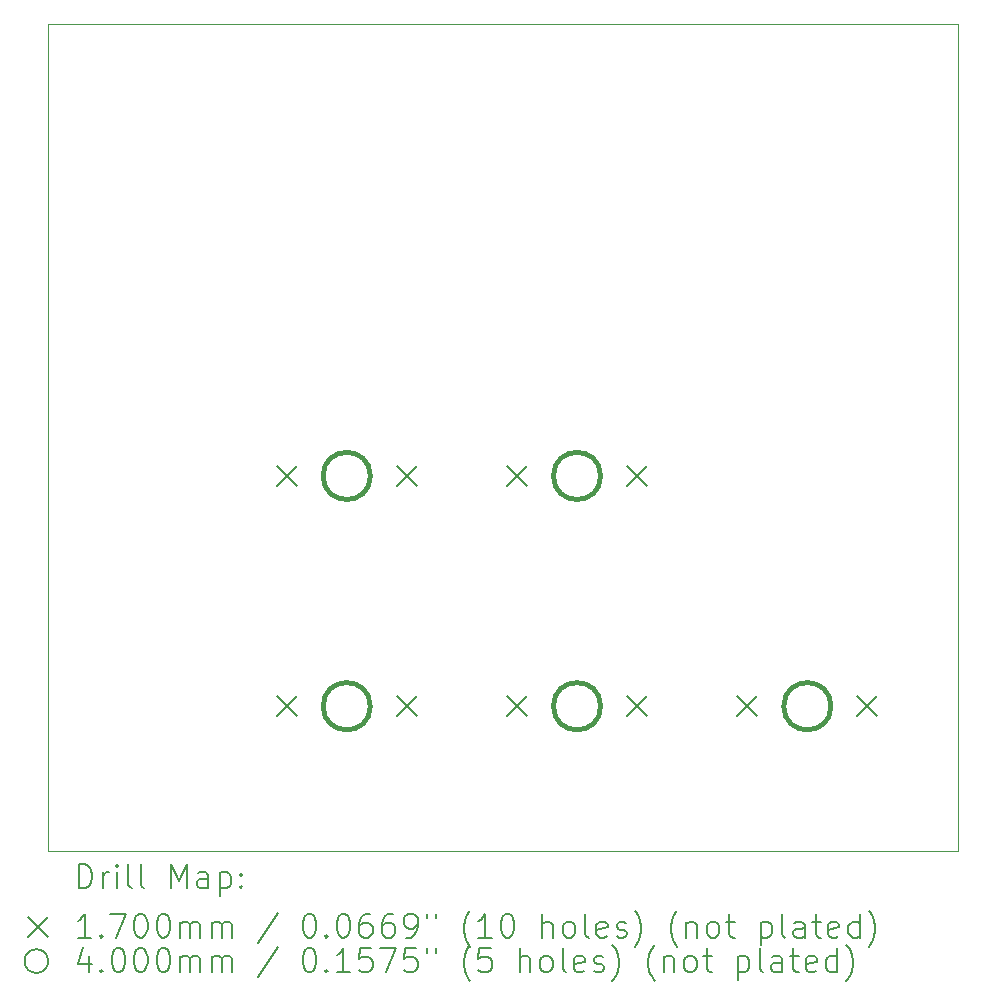
<source format=gbr>
%TF.GenerationSoftware,KiCad,Pcbnew,8.0.5*%
%TF.CreationDate,2024-10-20T15:54:26-05:00*%
%TF.ProjectId,hackpad,6861636b-7061-4642-9e6b-696361645f70,rev?*%
%TF.SameCoordinates,Original*%
%TF.FileFunction,Drillmap*%
%TF.FilePolarity,Positive*%
%FSLAX45Y45*%
G04 Gerber Fmt 4.5, Leading zero omitted, Abs format (unit mm)*
G04 Created by KiCad (PCBNEW 8.0.5) date 2024-10-20 15:54:26*
%MOMM*%
%LPD*%
G01*
G04 APERTURE LIST*
%ADD10C,0.050000*%
%ADD11C,0.200000*%
%ADD12C,0.170000*%
%ADD13C,0.400000*%
G04 APERTURE END LIST*
D10*
X7275000Y-8675000D02*
X14975000Y-8675000D01*
X7275000Y-1675000D02*
X7275000Y-8675000D01*
X7275000Y-1675000D02*
X14975000Y-1675000D01*
X14975000Y-8675000D02*
X14975000Y-1675000D01*
D11*
D12*
X9207000Y-5415000D02*
X9377000Y-5585000D01*
X9377000Y-5415000D02*
X9207000Y-5585000D01*
X9207000Y-7365000D02*
X9377000Y-7535000D01*
X9377000Y-7365000D02*
X9207000Y-7535000D01*
X10223000Y-5415000D02*
X10393000Y-5585000D01*
X10393000Y-5415000D02*
X10223000Y-5585000D01*
X10223000Y-7365000D02*
X10393000Y-7535000D01*
X10393000Y-7365000D02*
X10223000Y-7535000D01*
X11157000Y-5415000D02*
X11327000Y-5585000D01*
X11327000Y-5415000D02*
X11157000Y-5585000D01*
X11157000Y-7365000D02*
X11327000Y-7535000D01*
X11327000Y-7365000D02*
X11157000Y-7535000D01*
X12173000Y-5415000D02*
X12343000Y-5585000D01*
X12343000Y-5415000D02*
X12173000Y-5585000D01*
X12173000Y-7365000D02*
X12343000Y-7535000D01*
X12343000Y-7365000D02*
X12173000Y-7535000D01*
X13107000Y-7365000D02*
X13277000Y-7535000D01*
X13277000Y-7365000D02*
X13107000Y-7535000D01*
X14123000Y-7365000D02*
X14293000Y-7535000D01*
X14293000Y-7365000D02*
X14123000Y-7535000D01*
D13*
X10000000Y-5500000D02*
G75*
G02*
X9600000Y-5500000I-200000J0D01*
G01*
X9600000Y-5500000D02*
G75*
G02*
X10000000Y-5500000I200000J0D01*
G01*
X10000000Y-7450000D02*
G75*
G02*
X9600000Y-7450000I-200000J0D01*
G01*
X9600000Y-7450000D02*
G75*
G02*
X10000000Y-7450000I200000J0D01*
G01*
X11950000Y-5500000D02*
G75*
G02*
X11550000Y-5500000I-200000J0D01*
G01*
X11550000Y-5500000D02*
G75*
G02*
X11950000Y-5500000I200000J0D01*
G01*
X11950000Y-7450000D02*
G75*
G02*
X11550000Y-7450000I-200000J0D01*
G01*
X11550000Y-7450000D02*
G75*
G02*
X11950000Y-7450000I200000J0D01*
G01*
X13900000Y-7450000D02*
G75*
G02*
X13500000Y-7450000I-200000J0D01*
G01*
X13500000Y-7450000D02*
G75*
G02*
X13900000Y-7450000I200000J0D01*
G01*
D11*
X7533277Y-8988984D02*
X7533277Y-8788984D01*
X7533277Y-8788984D02*
X7580896Y-8788984D01*
X7580896Y-8788984D02*
X7609467Y-8798508D01*
X7609467Y-8798508D02*
X7628515Y-8817555D01*
X7628515Y-8817555D02*
X7638039Y-8836603D01*
X7638039Y-8836603D02*
X7647562Y-8874698D01*
X7647562Y-8874698D02*
X7647562Y-8903270D01*
X7647562Y-8903270D02*
X7638039Y-8941365D01*
X7638039Y-8941365D02*
X7628515Y-8960412D01*
X7628515Y-8960412D02*
X7609467Y-8979460D01*
X7609467Y-8979460D02*
X7580896Y-8988984D01*
X7580896Y-8988984D02*
X7533277Y-8988984D01*
X7733277Y-8988984D02*
X7733277Y-8855650D01*
X7733277Y-8893746D02*
X7742801Y-8874698D01*
X7742801Y-8874698D02*
X7752324Y-8865174D01*
X7752324Y-8865174D02*
X7771372Y-8855650D01*
X7771372Y-8855650D02*
X7790420Y-8855650D01*
X7857086Y-8988984D02*
X7857086Y-8855650D01*
X7857086Y-8788984D02*
X7847562Y-8798508D01*
X7847562Y-8798508D02*
X7857086Y-8808031D01*
X7857086Y-8808031D02*
X7866610Y-8798508D01*
X7866610Y-8798508D02*
X7857086Y-8788984D01*
X7857086Y-8788984D02*
X7857086Y-8808031D01*
X7980896Y-8988984D02*
X7961848Y-8979460D01*
X7961848Y-8979460D02*
X7952324Y-8960412D01*
X7952324Y-8960412D02*
X7952324Y-8788984D01*
X8085658Y-8988984D02*
X8066610Y-8979460D01*
X8066610Y-8979460D02*
X8057086Y-8960412D01*
X8057086Y-8960412D02*
X8057086Y-8788984D01*
X8314229Y-8988984D02*
X8314229Y-8788984D01*
X8314229Y-8788984D02*
X8380896Y-8931841D01*
X8380896Y-8931841D02*
X8447563Y-8788984D01*
X8447563Y-8788984D02*
X8447563Y-8988984D01*
X8628515Y-8988984D02*
X8628515Y-8884222D01*
X8628515Y-8884222D02*
X8618991Y-8865174D01*
X8618991Y-8865174D02*
X8599944Y-8855650D01*
X8599944Y-8855650D02*
X8561848Y-8855650D01*
X8561848Y-8855650D02*
X8542801Y-8865174D01*
X8628515Y-8979460D02*
X8609467Y-8988984D01*
X8609467Y-8988984D02*
X8561848Y-8988984D01*
X8561848Y-8988984D02*
X8542801Y-8979460D01*
X8542801Y-8979460D02*
X8533277Y-8960412D01*
X8533277Y-8960412D02*
X8533277Y-8941365D01*
X8533277Y-8941365D02*
X8542801Y-8922317D01*
X8542801Y-8922317D02*
X8561848Y-8912793D01*
X8561848Y-8912793D02*
X8609467Y-8912793D01*
X8609467Y-8912793D02*
X8628515Y-8903270D01*
X8723753Y-8855650D02*
X8723753Y-9055650D01*
X8723753Y-8865174D02*
X8742801Y-8855650D01*
X8742801Y-8855650D02*
X8780896Y-8855650D01*
X8780896Y-8855650D02*
X8799944Y-8865174D01*
X8799944Y-8865174D02*
X8809467Y-8874698D01*
X8809467Y-8874698D02*
X8818991Y-8893746D01*
X8818991Y-8893746D02*
X8818991Y-8950889D01*
X8818991Y-8950889D02*
X8809467Y-8969936D01*
X8809467Y-8969936D02*
X8799944Y-8979460D01*
X8799944Y-8979460D02*
X8780896Y-8988984D01*
X8780896Y-8988984D02*
X8742801Y-8988984D01*
X8742801Y-8988984D02*
X8723753Y-8979460D01*
X8904705Y-8969936D02*
X8914229Y-8979460D01*
X8914229Y-8979460D02*
X8904705Y-8988984D01*
X8904705Y-8988984D02*
X8895182Y-8979460D01*
X8895182Y-8979460D02*
X8904705Y-8969936D01*
X8904705Y-8969936D02*
X8904705Y-8988984D01*
X8904705Y-8865174D02*
X8914229Y-8874698D01*
X8914229Y-8874698D02*
X8904705Y-8884222D01*
X8904705Y-8884222D02*
X8895182Y-8874698D01*
X8895182Y-8874698D02*
X8904705Y-8865174D01*
X8904705Y-8865174D02*
X8904705Y-8884222D01*
D12*
X7102500Y-9232500D02*
X7272500Y-9402500D01*
X7272500Y-9232500D02*
X7102500Y-9402500D01*
D11*
X7638039Y-9408984D02*
X7523753Y-9408984D01*
X7580896Y-9408984D02*
X7580896Y-9208984D01*
X7580896Y-9208984D02*
X7561848Y-9237555D01*
X7561848Y-9237555D02*
X7542801Y-9256603D01*
X7542801Y-9256603D02*
X7523753Y-9266127D01*
X7723753Y-9389936D02*
X7733277Y-9399460D01*
X7733277Y-9399460D02*
X7723753Y-9408984D01*
X7723753Y-9408984D02*
X7714229Y-9399460D01*
X7714229Y-9399460D02*
X7723753Y-9389936D01*
X7723753Y-9389936D02*
X7723753Y-9408984D01*
X7799943Y-9208984D02*
X7933277Y-9208984D01*
X7933277Y-9208984D02*
X7847562Y-9408984D01*
X8047562Y-9208984D02*
X8066610Y-9208984D01*
X8066610Y-9208984D02*
X8085658Y-9218508D01*
X8085658Y-9218508D02*
X8095182Y-9228031D01*
X8095182Y-9228031D02*
X8104705Y-9247079D01*
X8104705Y-9247079D02*
X8114229Y-9285174D01*
X8114229Y-9285174D02*
X8114229Y-9332793D01*
X8114229Y-9332793D02*
X8104705Y-9370889D01*
X8104705Y-9370889D02*
X8095182Y-9389936D01*
X8095182Y-9389936D02*
X8085658Y-9399460D01*
X8085658Y-9399460D02*
X8066610Y-9408984D01*
X8066610Y-9408984D02*
X8047562Y-9408984D01*
X8047562Y-9408984D02*
X8028515Y-9399460D01*
X8028515Y-9399460D02*
X8018991Y-9389936D01*
X8018991Y-9389936D02*
X8009467Y-9370889D01*
X8009467Y-9370889D02*
X7999943Y-9332793D01*
X7999943Y-9332793D02*
X7999943Y-9285174D01*
X7999943Y-9285174D02*
X8009467Y-9247079D01*
X8009467Y-9247079D02*
X8018991Y-9228031D01*
X8018991Y-9228031D02*
X8028515Y-9218508D01*
X8028515Y-9218508D02*
X8047562Y-9208984D01*
X8238039Y-9208984D02*
X8257086Y-9208984D01*
X8257086Y-9208984D02*
X8276134Y-9218508D01*
X8276134Y-9218508D02*
X8285658Y-9228031D01*
X8285658Y-9228031D02*
X8295182Y-9247079D01*
X8295182Y-9247079D02*
X8304705Y-9285174D01*
X8304705Y-9285174D02*
X8304705Y-9332793D01*
X8304705Y-9332793D02*
X8295182Y-9370889D01*
X8295182Y-9370889D02*
X8285658Y-9389936D01*
X8285658Y-9389936D02*
X8276134Y-9399460D01*
X8276134Y-9399460D02*
X8257086Y-9408984D01*
X8257086Y-9408984D02*
X8238039Y-9408984D01*
X8238039Y-9408984D02*
X8218991Y-9399460D01*
X8218991Y-9399460D02*
X8209467Y-9389936D01*
X8209467Y-9389936D02*
X8199943Y-9370889D01*
X8199943Y-9370889D02*
X8190420Y-9332793D01*
X8190420Y-9332793D02*
X8190420Y-9285174D01*
X8190420Y-9285174D02*
X8199943Y-9247079D01*
X8199943Y-9247079D02*
X8209467Y-9228031D01*
X8209467Y-9228031D02*
X8218991Y-9218508D01*
X8218991Y-9218508D02*
X8238039Y-9208984D01*
X8390420Y-9408984D02*
X8390420Y-9275650D01*
X8390420Y-9294698D02*
X8399944Y-9285174D01*
X8399944Y-9285174D02*
X8418991Y-9275650D01*
X8418991Y-9275650D02*
X8447563Y-9275650D01*
X8447563Y-9275650D02*
X8466610Y-9285174D01*
X8466610Y-9285174D02*
X8476134Y-9304222D01*
X8476134Y-9304222D02*
X8476134Y-9408984D01*
X8476134Y-9304222D02*
X8485658Y-9285174D01*
X8485658Y-9285174D02*
X8504705Y-9275650D01*
X8504705Y-9275650D02*
X8533277Y-9275650D01*
X8533277Y-9275650D02*
X8552325Y-9285174D01*
X8552325Y-9285174D02*
X8561848Y-9304222D01*
X8561848Y-9304222D02*
X8561848Y-9408984D01*
X8657086Y-9408984D02*
X8657086Y-9275650D01*
X8657086Y-9294698D02*
X8666610Y-9285174D01*
X8666610Y-9285174D02*
X8685658Y-9275650D01*
X8685658Y-9275650D02*
X8714229Y-9275650D01*
X8714229Y-9275650D02*
X8733277Y-9285174D01*
X8733277Y-9285174D02*
X8742801Y-9304222D01*
X8742801Y-9304222D02*
X8742801Y-9408984D01*
X8742801Y-9304222D02*
X8752325Y-9285174D01*
X8752325Y-9285174D02*
X8771372Y-9275650D01*
X8771372Y-9275650D02*
X8799944Y-9275650D01*
X8799944Y-9275650D02*
X8818991Y-9285174D01*
X8818991Y-9285174D02*
X8828515Y-9304222D01*
X8828515Y-9304222D02*
X8828515Y-9408984D01*
X9218991Y-9199460D02*
X9047563Y-9456603D01*
X9476134Y-9208984D02*
X9495182Y-9208984D01*
X9495182Y-9208984D02*
X9514229Y-9218508D01*
X9514229Y-9218508D02*
X9523753Y-9228031D01*
X9523753Y-9228031D02*
X9533277Y-9247079D01*
X9533277Y-9247079D02*
X9542801Y-9285174D01*
X9542801Y-9285174D02*
X9542801Y-9332793D01*
X9542801Y-9332793D02*
X9533277Y-9370889D01*
X9533277Y-9370889D02*
X9523753Y-9389936D01*
X9523753Y-9389936D02*
X9514229Y-9399460D01*
X9514229Y-9399460D02*
X9495182Y-9408984D01*
X9495182Y-9408984D02*
X9476134Y-9408984D01*
X9476134Y-9408984D02*
X9457087Y-9399460D01*
X9457087Y-9399460D02*
X9447563Y-9389936D01*
X9447563Y-9389936D02*
X9438039Y-9370889D01*
X9438039Y-9370889D02*
X9428515Y-9332793D01*
X9428515Y-9332793D02*
X9428515Y-9285174D01*
X9428515Y-9285174D02*
X9438039Y-9247079D01*
X9438039Y-9247079D02*
X9447563Y-9228031D01*
X9447563Y-9228031D02*
X9457087Y-9218508D01*
X9457087Y-9218508D02*
X9476134Y-9208984D01*
X9628515Y-9389936D02*
X9638039Y-9399460D01*
X9638039Y-9399460D02*
X9628515Y-9408984D01*
X9628515Y-9408984D02*
X9618991Y-9399460D01*
X9618991Y-9399460D02*
X9628515Y-9389936D01*
X9628515Y-9389936D02*
X9628515Y-9408984D01*
X9761848Y-9208984D02*
X9780896Y-9208984D01*
X9780896Y-9208984D02*
X9799944Y-9218508D01*
X9799944Y-9218508D02*
X9809468Y-9228031D01*
X9809468Y-9228031D02*
X9818991Y-9247079D01*
X9818991Y-9247079D02*
X9828515Y-9285174D01*
X9828515Y-9285174D02*
X9828515Y-9332793D01*
X9828515Y-9332793D02*
X9818991Y-9370889D01*
X9818991Y-9370889D02*
X9809468Y-9389936D01*
X9809468Y-9389936D02*
X9799944Y-9399460D01*
X9799944Y-9399460D02*
X9780896Y-9408984D01*
X9780896Y-9408984D02*
X9761848Y-9408984D01*
X9761848Y-9408984D02*
X9742801Y-9399460D01*
X9742801Y-9399460D02*
X9733277Y-9389936D01*
X9733277Y-9389936D02*
X9723753Y-9370889D01*
X9723753Y-9370889D02*
X9714229Y-9332793D01*
X9714229Y-9332793D02*
X9714229Y-9285174D01*
X9714229Y-9285174D02*
X9723753Y-9247079D01*
X9723753Y-9247079D02*
X9733277Y-9228031D01*
X9733277Y-9228031D02*
X9742801Y-9218508D01*
X9742801Y-9218508D02*
X9761848Y-9208984D01*
X9999944Y-9208984D02*
X9961848Y-9208984D01*
X9961848Y-9208984D02*
X9942801Y-9218508D01*
X9942801Y-9218508D02*
X9933277Y-9228031D01*
X9933277Y-9228031D02*
X9914229Y-9256603D01*
X9914229Y-9256603D02*
X9904706Y-9294698D01*
X9904706Y-9294698D02*
X9904706Y-9370889D01*
X9904706Y-9370889D02*
X9914229Y-9389936D01*
X9914229Y-9389936D02*
X9923753Y-9399460D01*
X9923753Y-9399460D02*
X9942801Y-9408984D01*
X9942801Y-9408984D02*
X9980896Y-9408984D01*
X9980896Y-9408984D02*
X9999944Y-9399460D01*
X9999944Y-9399460D02*
X10009468Y-9389936D01*
X10009468Y-9389936D02*
X10018991Y-9370889D01*
X10018991Y-9370889D02*
X10018991Y-9323270D01*
X10018991Y-9323270D02*
X10009468Y-9304222D01*
X10009468Y-9304222D02*
X9999944Y-9294698D01*
X9999944Y-9294698D02*
X9980896Y-9285174D01*
X9980896Y-9285174D02*
X9942801Y-9285174D01*
X9942801Y-9285174D02*
X9923753Y-9294698D01*
X9923753Y-9294698D02*
X9914229Y-9304222D01*
X9914229Y-9304222D02*
X9904706Y-9323270D01*
X10190420Y-9208984D02*
X10152325Y-9208984D01*
X10152325Y-9208984D02*
X10133277Y-9218508D01*
X10133277Y-9218508D02*
X10123753Y-9228031D01*
X10123753Y-9228031D02*
X10104706Y-9256603D01*
X10104706Y-9256603D02*
X10095182Y-9294698D01*
X10095182Y-9294698D02*
X10095182Y-9370889D01*
X10095182Y-9370889D02*
X10104706Y-9389936D01*
X10104706Y-9389936D02*
X10114229Y-9399460D01*
X10114229Y-9399460D02*
X10133277Y-9408984D01*
X10133277Y-9408984D02*
X10171372Y-9408984D01*
X10171372Y-9408984D02*
X10190420Y-9399460D01*
X10190420Y-9399460D02*
X10199944Y-9389936D01*
X10199944Y-9389936D02*
X10209468Y-9370889D01*
X10209468Y-9370889D02*
X10209468Y-9323270D01*
X10209468Y-9323270D02*
X10199944Y-9304222D01*
X10199944Y-9304222D02*
X10190420Y-9294698D01*
X10190420Y-9294698D02*
X10171372Y-9285174D01*
X10171372Y-9285174D02*
X10133277Y-9285174D01*
X10133277Y-9285174D02*
X10114229Y-9294698D01*
X10114229Y-9294698D02*
X10104706Y-9304222D01*
X10104706Y-9304222D02*
X10095182Y-9323270D01*
X10304706Y-9408984D02*
X10342801Y-9408984D01*
X10342801Y-9408984D02*
X10361849Y-9399460D01*
X10361849Y-9399460D02*
X10371372Y-9389936D01*
X10371372Y-9389936D02*
X10390420Y-9361365D01*
X10390420Y-9361365D02*
X10399944Y-9323270D01*
X10399944Y-9323270D02*
X10399944Y-9247079D01*
X10399944Y-9247079D02*
X10390420Y-9228031D01*
X10390420Y-9228031D02*
X10380896Y-9218508D01*
X10380896Y-9218508D02*
X10361849Y-9208984D01*
X10361849Y-9208984D02*
X10323753Y-9208984D01*
X10323753Y-9208984D02*
X10304706Y-9218508D01*
X10304706Y-9218508D02*
X10295182Y-9228031D01*
X10295182Y-9228031D02*
X10285658Y-9247079D01*
X10285658Y-9247079D02*
X10285658Y-9294698D01*
X10285658Y-9294698D02*
X10295182Y-9313746D01*
X10295182Y-9313746D02*
X10304706Y-9323270D01*
X10304706Y-9323270D02*
X10323753Y-9332793D01*
X10323753Y-9332793D02*
X10361849Y-9332793D01*
X10361849Y-9332793D02*
X10380896Y-9323270D01*
X10380896Y-9323270D02*
X10390420Y-9313746D01*
X10390420Y-9313746D02*
X10399944Y-9294698D01*
X10476134Y-9208984D02*
X10476134Y-9247079D01*
X10552325Y-9208984D02*
X10552325Y-9247079D01*
X10847563Y-9485174D02*
X10838039Y-9475650D01*
X10838039Y-9475650D02*
X10818991Y-9447079D01*
X10818991Y-9447079D02*
X10809468Y-9428031D01*
X10809468Y-9428031D02*
X10799944Y-9399460D01*
X10799944Y-9399460D02*
X10790420Y-9351841D01*
X10790420Y-9351841D02*
X10790420Y-9313746D01*
X10790420Y-9313746D02*
X10799944Y-9266127D01*
X10799944Y-9266127D02*
X10809468Y-9237555D01*
X10809468Y-9237555D02*
X10818991Y-9218508D01*
X10818991Y-9218508D02*
X10838039Y-9189936D01*
X10838039Y-9189936D02*
X10847563Y-9180412D01*
X11028515Y-9408984D02*
X10914230Y-9408984D01*
X10971372Y-9408984D02*
X10971372Y-9208984D01*
X10971372Y-9208984D02*
X10952325Y-9237555D01*
X10952325Y-9237555D02*
X10933277Y-9256603D01*
X10933277Y-9256603D02*
X10914230Y-9266127D01*
X11152325Y-9208984D02*
X11171372Y-9208984D01*
X11171372Y-9208984D02*
X11190420Y-9218508D01*
X11190420Y-9218508D02*
X11199944Y-9228031D01*
X11199944Y-9228031D02*
X11209468Y-9247079D01*
X11209468Y-9247079D02*
X11218991Y-9285174D01*
X11218991Y-9285174D02*
X11218991Y-9332793D01*
X11218991Y-9332793D02*
X11209468Y-9370889D01*
X11209468Y-9370889D02*
X11199944Y-9389936D01*
X11199944Y-9389936D02*
X11190420Y-9399460D01*
X11190420Y-9399460D02*
X11171372Y-9408984D01*
X11171372Y-9408984D02*
X11152325Y-9408984D01*
X11152325Y-9408984D02*
X11133277Y-9399460D01*
X11133277Y-9399460D02*
X11123753Y-9389936D01*
X11123753Y-9389936D02*
X11114230Y-9370889D01*
X11114230Y-9370889D02*
X11104706Y-9332793D01*
X11104706Y-9332793D02*
X11104706Y-9285174D01*
X11104706Y-9285174D02*
X11114230Y-9247079D01*
X11114230Y-9247079D02*
X11123753Y-9228031D01*
X11123753Y-9228031D02*
X11133277Y-9218508D01*
X11133277Y-9218508D02*
X11152325Y-9208984D01*
X11457087Y-9408984D02*
X11457087Y-9208984D01*
X11542801Y-9408984D02*
X11542801Y-9304222D01*
X11542801Y-9304222D02*
X11533277Y-9285174D01*
X11533277Y-9285174D02*
X11514230Y-9275650D01*
X11514230Y-9275650D02*
X11485658Y-9275650D01*
X11485658Y-9275650D02*
X11466610Y-9285174D01*
X11466610Y-9285174D02*
X11457087Y-9294698D01*
X11666610Y-9408984D02*
X11647563Y-9399460D01*
X11647563Y-9399460D02*
X11638039Y-9389936D01*
X11638039Y-9389936D02*
X11628515Y-9370889D01*
X11628515Y-9370889D02*
X11628515Y-9313746D01*
X11628515Y-9313746D02*
X11638039Y-9294698D01*
X11638039Y-9294698D02*
X11647563Y-9285174D01*
X11647563Y-9285174D02*
X11666610Y-9275650D01*
X11666610Y-9275650D02*
X11695182Y-9275650D01*
X11695182Y-9275650D02*
X11714230Y-9285174D01*
X11714230Y-9285174D02*
X11723753Y-9294698D01*
X11723753Y-9294698D02*
X11733277Y-9313746D01*
X11733277Y-9313746D02*
X11733277Y-9370889D01*
X11733277Y-9370889D02*
X11723753Y-9389936D01*
X11723753Y-9389936D02*
X11714230Y-9399460D01*
X11714230Y-9399460D02*
X11695182Y-9408984D01*
X11695182Y-9408984D02*
X11666610Y-9408984D01*
X11847563Y-9408984D02*
X11828515Y-9399460D01*
X11828515Y-9399460D02*
X11818991Y-9380412D01*
X11818991Y-9380412D02*
X11818991Y-9208984D01*
X11999944Y-9399460D02*
X11980896Y-9408984D01*
X11980896Y-9408984D02*
X11942801Y-9408984D01*
X11942801Y-9408984D02*
X11923753Y-9399460D01*
X11923753Y-9399460D02*
X11914230Y-9380412D01*
X11914230Y-9380412D02*
X11914230Y-9304222D01*
X11914230Y-9304222D02*
X11923753Y-9285174D01*
X11923753Y-9285174D02*
X11942801Y-9275650D01*
X11942801Y-9275650D02*
X11980896Y-9275650D01*
X11980896Y-9275650D02*
X11999944Y-9285174D01*
X11999944Y-9285174D02*
X12009468Y-9304222D01*
X12009468Y-9304222D02*
X12009468Y-9323270D01*
X12009468Y-9323270D02*
X11914230Y-9342317D01*
X12085658Y-9399460D02*
X12104706Y-9408984D01*
X12104706Y-9408984D02*
X12142801Y-9408984D01*
X12142801Y-9408984D02*
X12161849Y-9399460D01*
X12161849Y-9399460D02*
X12171372Y-9380412D01*
X12171372Y-9380412D02*
X12171372Y-9370889D01*
X12171372Y-9370889D02*
X12161849Y-9351841D01*
X12161849Y-9351841D02*
X12142801Y-9342317D01*
X12142801Y-9342317D02*
X12114230Y-9342317D01*
X12114230Y-9342317D02*
X12095182Y-9332793D01*
X12095182Y-9332793D02*
X12085658Y-9313746D01*
X12085658Y-9313746D02*
X12085658Y-9304222D01*
X12085658Y-9304222D02*
X12095182Y-9285174D01*
X12095182Y-9285174D02*
X12114230Y-9275650D01*
X12114230Y-9275650D02*
X12142801Y-9275650D01*
X12142801Y-9275650D02*
X12161849Y-9285174D01*
X12238039Y-9485174D02*
X12247563Y-9475650D01*
X12247563Y-9475650D02*
X12266611Y-9447079D01*
X12266611Y-9447079D02*
X12276134Y-9428031D01*
X12276134Y-9428031D02*
X12285658Y-9399460D01*
X12285658Y-9399460D02*
X12295182Y-9351841D01*
X12295182Y-9351841D02*
X12295182Y-9313746D01*
X12295182Y-9313746D02*
X12285658Y-9266127D01*
X12285658Y-9266127D02*
X12276134Y-9237555D01*
X12276134Y-9237555D02*
X12266611Y-9218508D01*
X12266611Y-9218508D02*
X12247563Y-9189936D01*
X12247563Y-9189936D02*
X12238039Y-9180412D01*
X12599944Y-9485174D02*
X12590420Y-9475650D01*
X12590420Y-9475650D02*
X12571372Y-9447079D01*
X12571372Y-9447079D02*
X12561849Y-9428031D01*
X12561849Y-9428031D02*
X12552325Y-9399460D01*
X12552325Y-9399460D02*
X12542801Y-9351841D01*
X12542801Y-9351841D02*
X12542801Y-9313746D01*
X12542801Y-9313746D02*
X12552325Y-9266127D01*
X12552325Y-9266127D02*
X12561849Y-9237555D01*
X12561849Y-9237555D02*
X12571372Y-9218508D01*
X12571372Y-9218508D02*
X12590420Y-9189936D01*
X12590420Y-9189936D02*
X12599944Y-9180412D01*
X12676134Y-9275650D02*
X12676134Y-9408984D01*
X12676134Y-9294698D02*
X12685658Y-9285174D01*
X12685658Y-9285174D02*
X12704706Y-9275650D01*
X12704706Y-9275650D02*
X12733277Y-9275650D01*
X12733277Y-9275650D02*
X12752325Y-9285174D01*
X12752325Y-9285174D02*
X12761849Y-9304222D01*
X12761849Y-9304222D02*
X12761849Y-9408984D01*
X12885658Y-9408984D02*
X12866611Y-9399460D01*
X12866611Y-9399460D02*
X12857087Y-9389936D01*
X12857087Y-9389936D02*
X12847563Y-9370889D01*
X12847563Y-9370889D02*
X12847563Y-9313746D01*
X12847563Y-9313746D02*
X12857087Y-9294698D01*
X12857087Y-9294698D02*
X12866611Y-9285174D01*
X12866611Y-9285174D02*
X12885658Y-9275650D01*
X12885658Y-9275650D02*
X12914230Y-9275650D01*
X12914230Y-9275650D02*
X12933277Y-9285174D01*
X12933277Y-9285174D02*
X12942801Y-9294698D01*
X12942801Y-9294698D02*
X12952325Y-9313746D01*
X12952325Y-9313746D02*
X12952325Y-9370889D01*
X12952325Y-9370889D02*
X12942801Y-9389936D01*
X12942801Y-9389936D02*
X12933277Y-9399460D01*
X12933277Y-9399460D02*
X12914230Y-9408984D01*
X12914230Y-9408984D02*
X12885658Y-9408984D01*
X13009468Y-9275650D02*
X13085658Y-9275650D01*
X13038039Y-9208984D02*
X13038039Y-9380412D01*
X13038039Y-9380412D02*
X13047563Y-9399460D01*
X13047563Y-9399460D02*
X13066611Y-9408984D01*
X13066611Y-9408984D02*
X13085658Y-9408984D01*
X13304706Y-9275650D02*
X13304706Y-9475650D01*
X13304706Y-9285174D02*
X13323753Y-9275650D01*
X13323753Y-9275650D02*
X13361849Y-9275650D01*
X13361849Y-9275650D02*
X13380896Y-9285174D01*
X13380896Y-9285174D02*
X13390420Y-9294698D01*
X13390420Y-9294698D02*
X13399944Y-9313746D01*
X13399944Y-9313746D02*
X13399944Y-9370889D01*
X13399944Y-9370889D02*
X13390420Y-9389936D01*
X13390420Y-9389936D02*
X13380896Y-9399460D01*
X13380896Y-9399460D02*
X13361849Y-9408984D01*
X13361849Y-9408984D02*
X13323753Y-9408984D01*
X13323753Y-9408984D02*
X13304706Y-9399460D01*
X13514230Y-9408984D02*
X13495182Y-9399460D01*
X13495182Y-9399460D02*
X13485658Y-9380412D01*
X13485658Y-9380412D02*
X13485658Y-9208984D01*
X13676134Y-9408984D02*
X13676134Y-9304222D01*
X13676134Y-9304222D02*
X13666611Y-9285174D01*
X13666611Y-9285174D02*
X13647563Y-9275650D01*
X13647563Y-9275650D02*
X13609468Y-9275650D01*
X13609468Y-9275650D02*
X13590420Y-9285174D01*
X13676134Y-9399460D02*
X13657087Y-9408984D01*
X13657087Y-9408984D02*
X13609468Y-9408984D01*
X13609468Y-9408984D02*
X13590420Y-9399460D01*
X13590420Y-9399460D02*
X13580896Y-9380412D01*
X13580896Y-9380412D02*
X13580896Y-9361365D01*
X13580896Y-9361365D02*
X13590420Y-9342317D01*
X13590420Y-9342317D02*
X13609468Y-9332793D01*
X13609468Y-9332793D02*
X13657087Y-9332793D01*
X13657087Y-9332793D02*
X13676134Y-9323270D01*
X13742801Y-9275650D02*
X13818992Y-9275650D01*
X13771373Y-9208984D02*
X13771373Y-9380412D01*
X13771373Y-9380412D02*
X13780896Y-9399460D01*
X13780896Y-9399460D02*
X13799944Y-9408984D01*
X13799944Y-9408984D02*
X13818992Y-9408984D01*
X13961849Y-9399460D02*
X13942801Y-9408984D01*
X13942801Y-9408984D02*
X13904706Y-9408984D01*
X13904706Y-9408984D02*
X13885658Y-9399460D01*
X13885658Y-9399460D02*
X13876134Y-9380412D01*
X13876134Y-9380412D02*
X13876134Y-9304222D01*
X13876134Y-9304222D02*
X13885658Y-9285174D01*
X13885658Y-9285174D02*
X13904706Y-9275650D01*
X13904706Y-9275650D02*
X13942801Y-9275650D01*
X13942801Y-9275650D02*
X13961849Y-9285174D01*
X13961849Y-9285174D02*
X13971373Y-9304222D01*
X13971373Y-9304222D02*
X13971373Y-9323270D01*
X13971373Y-9323270D02*
X13876134Y-9342317D01*
X14142801Y-9408984D02*
X14142801Y-9208984D01*
X14142801Y-9399460D02*
X14123754Y-9408984D01*
X14123754Y-9408984D02*
X14085658Y-9408984D01*
X14085658Y-9408984D02*
X14066611Y-9399460D01*
X14066611Y-9399460D02*
X14057087Y-9389936D01*
X14057087Y-9389936D02*
X14047563Y-9370889D01*
X14047563Y-9370889D02*
X14047563Y-9313746D01*
X14047563Y-9313746D02*
X14057087Y-9294698D01*
X14057087Y-9294698D02*
X14066611Y-9285174D01*
X14066611Y-9285174D02*
X14085658Y-9275650D01*
X14085658Y-9275650D02*
X14123754Y-9275650D01*
X14123754Y-9275650D02*
X14142801Y-9285174D01*
X14218992Y-9485174D02*
X14228515Y-9475650D01*
X14228515Y-9475650D02*
X14247563Y-9447079D01*
X14247563Y-9447079D02*
X14257087Y-9428031D01*
X14257087Y-9428031D02*
X14266611Y-9399460D01*
X14266611Y-9399460D02*
X14276134Y-9351841D01*
X14276134Y-9351841D02*
X14276134Y-9313746D01*
X14276134Y-9313746D02*
X14266611Y-9266127D01*
X14266611Y-9266127D02*
X14257087Y-9237555D01*
X14257087Y-9237555D02*
X14247563Y-9218508D01*
X14247563Y-9218508D02*
X14228515Y-9189936D01*
X14228515Y-9189936D02*
X14218992Y-9180412D01*
X7272500Y-9607500D02*
G75*
G02*
X7072500Y-9607500I-100000J0D01*
G01*
X7072500Y-9607500D02*
G75*
G02*
X7272500Y-9607500I100000J0D01*
G01*
X7618991Y-9565650D02*
X7618991Y-9698984D01*
X7571372Y-9489460D02*
X7523753Y-9632317D01*
X7523753Y-9632317D02*
X7647562Y-9632317D01*
X7723753Y-9679936D02*
X7733277Y-9689460D01*
X7733277Y-9689460D02*
X7723753Y-9698984D01*
X7723753Y-9698984D02*
X7714229Y-9689460D01*
X7714229Y-9689460D02*
X7723753Y-9679936D01*
X7723753Y-9679936D02*
X7723753Y-9698984D01*
X7857086Y-9498984D02*
X7876134Y-9498984D01*
X7876134Y-9498984D02*
X7895182Y-9508508D01*
X7895182Y-9508508D02*
X7904705Y-9518031D01*
X7904705Y-9518031D02*
X7914229Y-9537079D01*
X7914229Y-9537079D02*
X7923753Y-9575174D01*
X7923753Y-9575174D02*
X7923753Y-9622793D01*
X7923753Y-9622793D02*
X7914229Y-9660889D01*
X7914229Y-9660889D02*
X7904705Y-9679936D01*
X7904705Y-9679936D02*
X7895182Y-9689460D01*
X7895182Y-9689460D02*
X7876134Y-9698984D01*
X7876134Y-9698984D02*
X7857086Y-9698984D01*
X7857086Y-9698984D02*
X7838039Y-9689460D01*
X7838039Y-9689460D02*
X7828515Y-9679936D01*
X7828515Y-9679936D02*
X7818991Y-9660889D01*
X7818991Y-9660889D02*
X7809467Y-9622793D01*
X7809467Y-9622793D02*
X7809467Y-9575174D01*
X7809467Y-9575174D02*
X7818991Y-9537079D01*
X7818991Y-9537079D02*
X7828515Y-9518031D01*
X7828515Y-9518031D02*
X7838039Y-9508508D01*
X7838039Y-9508508D02*
X7857086Y-9498984D01*
X8047562Y-9498984D02*
X8066610Y-9498984D01*
X8066610Y-9498984D02*
X8085658Y-9508508D01*
X8085658Y-9508508D02*
X8095182Y-9518031D01*
X8095182Y-9518031D02*
X8104705Y-9537079D01*
X8104705Y-9537079D02*
X8114229Y-9575174D01*
X8114229Y-9575174D02*
X8114229Y-9622793D01*
X8114229Y-9622793D02*
X8104705Y-9660889D01*
X8104705Y-9660889D02*
X8095182Y-9679936D01*
X8095182Y-9679936D02*
X8085658Y-9689460D01*
X8085658Y-9689460D02*
X8066610Y-9698984D01*
X8066610Y-9698984D02*
X8047562Y-9698984D01*
X8047562Y-9698984D02*
X8028515Y-9689460D01*
X8028515Y-9689460D02*
X8018991Y-9679936D01*
X8018991Y-9679936D02*
X8009467Y-9660889D01*
X8009467Y-9660889D02*
X7999943Y-9622793D01*
X7999943Y-9622793D02*
X7999943Y-9575174D01*
X7999943Y-9575174D02*
X8009467Y-9537079D01*
X8009467Y-9537079D02*
X8018991Y-9518031D01*
X8018991Y-9518031D02*
X8028515Y-9508508D01*
X8028515Y-9508508D02*
X8047562Y-9498984D01*
X8238039Y-9498984D02*
X8257086Y-9498984D01*
X8257086Y-9498984D02*
X8276134Y-9508508D01*
X8276134Y-9508508D02*
X8285658Y-9518031D01*
X8285658Y-9518031D02*
X8295182Y-9537079D01*
X8295182Y-9537079D02*
X8304705Y-9575174D01*
X8304705Y-9575174D02*
X8304705Y-9622793D01*
X8304705Y-9622793D02*
X8295182Y-9660889D01*
X8295182Y-9660889D02*
X8285658Y-9679936D01*
X8285658Y-9679936D02*
X8276134Y-9689460D01*
X8276134Y-9689460D02*
X8257086Y-9698984D01*
X8257086Y-9698984D02*
X8238039Y-9698984D01*
X8238039Y-9698984D02*
X8218991Y-9689460D01*
X8218991Y-9689460D02*
X8209467Y-9679936D01*
X8209467Y-9679936D02*
X8199943Y-9660889D01*
X8199943Y-9660889D02*
X8190420Y-9622793D01*
X8190420Y-9622793D02*
X8190420Y-9575174D01*
X8190420Y-9575174D02*
X8199943Y-9537079D01*
X8199943Y-9537079D02*
X8209467Y-9518031D01*
X8209467Y-9518031D02*
X8218991Y-9508508D01*
X8218991Y-9508508D02*
X8238039Y-9498984D01*
X8390420Y-9698984D02*
X8390420Y-9565650D01*
X8390420Y-9584698D02*
X8399944Y-9575174D01*
X8399944Y-9575174D02*
X8418991Y-9565650D01*
X8418991Y-9565650D02*
X8447563Y-9565650D01*
X8447563Y-9565650D02*
X8466610Y-9575174D01*
X8466610Y-9575174D02*
X8476134Y-9594222D01*
X8476134Y-9594222D02*
X8476134Y-9698984D01*
X8476134Y-9594222D02*
X8485658Y-9575174D01*
X8485658Y-9575174D02*
X8504705Y-9565650D01*
X8504705Y-9565650D02*
X8533277Y-9565650D01*
X8533277Y-9565650D02*
X8552325Y-9575174D01*
X8552325Y-9575174D02*
X8561848Y-9594222D01*
X8561848Y-9594222D02*
X8561848Y-9698984D01*
X8657086Y-9698984D02*
X8657086Y-9565650D01*
X8657086Y-9584698D02*
X8666610Y-9575174D01*
X8666610Y-9575174D02*
X8685658Y-9565650D01*
X8685658Y-9565650D02*
X8714229Y-9565650D01*
X8714229Y-9565650D02*
X8733277Y-9575174D01*
X8733277Y-9575174D02*
X8742801Y-9594222D01*
X8742801Y-9594222D02*
X8742801Y-9698984D01*
X8742801Y-9594222D02*
X8752325Y-9575174D01*
X8752325Y-9575174D02*
X8771372Y-9565650D01*
X8771372Y-9565650D02*
X8799944Y-9565650D01*
X8799944Y-9565650D02*
X8818991Y-9575174D01*
X8818991Y-9575174D02*
X8828515Y-9594222D01*
X8828515Y-9594222D02*
X8828515Y-9698984D01*
X9218991Y-9489460D02*
X9047563Y-9746603D01*
X9476134Y-9498984D02*
X9495182Y-9498984D01*
X9495182Y-9498984D02*
X9514229Y-9508508D01*
X9514229Y-9508508D02*
X9523753Y-9518031D01*
X9523753Y-9518031D02*
X9533277Y-9537079D01*
X9533277Y-9537079D02*
X9542801Y-9575174D01*
X9542801Y-9575174D02*
X9542801Y-9622793D01*
X9542801Y-9622793D02*
X9533277Y-9660889D01*
X9533277Y-9660889D02*
X9523753Y-9679936D01*
X9523753Y-9679936D02*
X9514229Y-9689460D01*
X9514229Y-9689460D02*
X9495182Y-9698984D01*
X9495182Y-9698984D02*
X9476134Y-9698984D01*
X9476134Y-9698984D02*
X9457087Y-9689460D01*
X9457087Y-9689460D02*
X9447563Y-9679936D01*
X9447563Y-9679936D02*
X9438039Y-9660889D01*
X9438039Y-9660889D02*
X9428515Y-9622793D01*
X9428515Y-9622793D02*
X9428515Y-9575174D01*
X9428515Y-9575174D02*
X9438039Y-9537079D01*
X9438039Y-9537079D02*
X9447563Y-9518031D01*
X9447563Y-9518031D02*
X9457087Y-9508508D01*
X9457087Y-9508508D02*
X9476134Y-9498984D01*
X9628515Y-9679936D02*
X9638039Y-9689460D01*
X9638039Y-9689460D02*
X9628515Y-9698984D01*
X9628515Y-9698984D02*
X9618991Y-9689460D01*
X9618991Y-9689460D02*
X9628515Y-9679936D01*
X9628515Y-9679936D02*
X9628515Y-9698984D01*
X9828515Y-9698984D02*
X9714229Y-9698984D01*
X9771372Y-9698984D02*
X9771372Y-9498984D01*
X9771372Y-9498984D02*
X9752325Y-9527555D01*
X9752325Y-9527555D02*
X9733277Y-9546603D01*
X9733277Y-9546603D02*
X9714229Y-9556127D01*
X10009468Y-9498984D02*
X9914229Y-9498984D01*
X9914229Y-9498984D02*
X9904706Y-9594222D01*
X9904706Y-9594222D02*
X9914229Y-9584698D01*
X9914229Y-9584698D02*
X9933277Y-9575174D01*
X9933277Y-9575174D02*
X9980896Y-9575174D01*
X9980896Y-9575174D02*
X9999944Y-9584698D01*
X9999944Y-9584698D02*
X10009468Y-9594222D01*
X10009468Y-9594222D02*
X10018991Y-9613270D01*
X10018991Y-9613270D02*
X10018991Y-9660889D01*
X10018991Y-9660889D02*
X10009468Y-9679936D01*
X10009468Y-9679936D02*
X9999944Y-9689460D01*
X9999944Y-9689460D02*
X9980896Y-9698984D01*
X9980896Y-9698984D02*
X9933277Y-9698984D01*
X9933277Y-9698984D02*
X9914229Y-9689460D01*
X9914229Y-9689460D02*
X9904706Y-9679936D01*
X10085658Y-9498984D02*
X10218991Y-9498984D01*
X10218991Y-9498984D02*
X10133277Y-9698984D01*
X10390420Y-9498984D02*
X10295182Y-9498984D01*
X10295182Y-9498984D02*
X10285658Y-9594222D01*
X10285658Y-9594222D02*
X10295182Y-9584698D01*
X10295182Y-9584698D02*
X10314229Y-9575174D01*
X10314229Y-9575174D02*
X10361849Y-9575174D01*
X10361849Y-9575174D02*
X10380896Y-9584698D01*
X10380896Y-9584698D02*
X10390420Y-9594222D01*
X10390420Y-9594222D02*
X10399944Y-9613270D01*
X10399944Y-9613270D02*
X10399944Y-9660889D01*
X10399944Y-9660889D02*
X10390420Y-9679936D01*
X10390420Y-9679936D02*
X10380896Y-9689460D01*
X10380896Y-9689460D02*
X10361849Y-9698984D01*
X10361849Y-9698984D02*
X10314229Y-9698984D01*
X10314229Y-9698984D02*
X10295182Y-9689460D01*
X10295182Y-9689460D02*
X10285658Y-9679936D01*
X10476134Y-9498984D02*
X10476134Y-9537079D01*
X10552325Y-9498984D02*
X10552325Y-9537079D01*
X10847563Y-9775174D02*
X10838039Y-9765650D01*
X10838039Y-9765650D02*
X10818991Y-9737079D01*
X10818991Y-9737079D02*
X10809468Y-9718031D01*
X10809468Y-9718031D02*
X10799944Y-9689460D01*
X10799944Y-9689460D02*
X10790420Y-9641841D01*
X10790420Y-9641841D02*
X10790420Y-9603746D01*
X10790420Y-9603746D02*
X10799944Y-9556127D01*
X10799944Y-9556127D02*
X10809468Y-9527555D01*
X10809468Y-9527555D02*
X10818991Y-9508508D01*
X10818991Y-9508508D02*
X10838039Y-9479936D01*
X10838039Y-9479936D02*
X10847563Y-9470412D01*
X11018991Y-9498984D02*
X10923753Y-9498984D01*
X10923753Y-9498984D02*
X10914230Y-9594222D01*
X10914230Y-9594222D02*
X10923753Y-9584698D01*
X10923753Y-9584698D02*
X10942801Y-9575174D01*
X10942801Y-9575174D02*
X10990420Y-9575174D01*
X10990420Y-9575174D02*
X11009468Y-9584698D01*
X11009468Y-9584698D02*
X11018991Y-9594222D01*
X11018991Y-9594222D02*
X11028515Y-9613270D01*
X11028515Y-9613270D02*
X11028515Y-9660889D01*
X11028515Y-9660889D02*
X11018991Y-9679936D01*
X11018991Y-9679936D02*
X11009468Y-9689460D01*
X11009468Y-9689460D02*
X10990420Y-9698984D01*
X10990420Y-9698984D02*
X10942801Y-9698984D01*
X10942801Y-9698984D02*
X10923753Y-9689460D01*
X10923753Y-9689460D02*
X10914230Y-9679936D01*
X11266610Y-9698984D02*
X11266610Y-9498984D01*
X11352325Y-9698984D02*
X11352325Y-9594222D01*
X11352325Y-9594222D02*
X11342801Y-9575174D01*
X11342801Y-9575174D02*
X11323753Y-9565650D01*
X11323753Y-9565650D02*
X11295182Y-9565650D01*
X11295182Y-9565650D02*
X11276134Y-9575174D01*
X11276134Y-9575174D02*
X11266610Y-9584698D01*
X11476134Y-9698984D02*
X11457087Y-9689460D01*
X11457087Y-9689460D02*
X11447563Y-9679936D01*
X11447563Y-9679936D02*
X11438039Y-9660889D01*
X11438039Y-9660889D02*
X11438039Y-9603746D01*
X11438039Y-9603746D02*
X11447563Y-9584698D01*
X11447563Y-9584698D02*
X11457087Y-9575174D01*
X11457087Y-9575174D02*
X11476134Y-9565650D01*
X11476134Y-9565650D02*
X11504706Y-9565650D01*
X11504706Y-9565650D02*
X11523753Y-9575174D01*
X11523753Y-9575174D02*
X11533277Y-9584698D01*
X11533277Y-9584698D02*
X11542801Y-9603746D01*
X11542801Y-9603746D02*
X11542801Y-9660889D01*
X11542801Y-9660889D02*
X11533277Y-9679936D01*
X11533277Y-9679936D02*
X11523753Y-9689460D01*
X11523753Y-9689460D02*
X11504706Y-9698984D01*
X11504706Y-9698984D02*
X11476134Y-9698984D01*
X11657087Y-9698984D02*
X11638039Y-9689460D01*
X11638039Y-9689460D02*
X11628515Y-9670412D01*
X11628515Y-9670412D02*
X11628515Y-9498984D01*
X11809468Y-9689460D02*
X11790420Y-9698984D01*
X11790420Y-9698984D02*
X11752325Y-9698984D01*
X11752325Y-9698984D02*
X11733277Y-9689460D01*
X11733277Y-9689460D02*
X11723753Y-9670412D01*
X11723753Y-9670412D02*
X11723753Y-9594222D01*
X11723753Y-9594222D02*
X11733277Y-9575174D01*
X11733277Y-9575174D02*
X11752325Y-9565650D01*
X11752325Y-9565650D02*
X11790420Y-9565650D01*
X11790420Y-9565650D02*
X11809468Y-9575174D01*
X11809468Y-9575174D02*
X11818991Y-9594222D01*
X11818991Y-9594222D02*
X11818991Y-9613270D01*
X11818991Y-9613270D02*
X11723753Y-9632317D01*
X11895182Y-9689460D02*
X11914230Y-9698984D01*
X11914230Y-9698984D02*
X11952325Y-9698984D01*
X11952325Y-9698984D02*
X11971372Y-9689460D01*
X11971372Y-9689460D02*
X11980896Y-9670412D01*
X11980896Y-9670412D02*
X11980896Y-9660889D01*
X11980896Y-9660889D02*
X11971372Y-9641841D01*
X11971372Y-9641841D02*
X11952325Y-9632317D01*
X11952325Y-9632317D02*
X11923753Y-9632317D01*
X11923753Y-9632317D02*
X11904706Y-9622793D01*
X11904706Y-9622793D02*
X11895182Y-9603746D01*
X11895182Y-9603746D02*
X11895182Y-9594222D01*
X11895182Y-9594222D02*
X11904706Y-9575174D01*
X11904706Y-9575174D02*
X11923753Y-9565650D01*
X11923753Y-9565650D02*
X11952325Y-9565650D01*
X11952325Y-9565650D02*
X11971372Y-9575174D01*
X12047563Y-9775174D02*
X12057087Y-9765650D01*
X12057087Y-9765650D02*
X12076134Y-9737079D01*
X12076134Y-9737079D02*
X12085658Y-9718031D01*
X12085658Y-9718031D02*
X12095182Y-9689460D01*
X12095182Y-9689460D02*
X12104706Y-9641841D01*
X12104706Y-9641841D02*
X12104706Y-9603746D01*
X12104706Y-9603746D02*
X12095182Y-9556127D01*
X12095182Y-9556127D02*
X12085658Y-9527555D01*
X12085658Y-9527555D02*
X12076134Y-9508508D01*
X12076134Y-9508508D02*
X12057087Y-9479936D01*
X12057087Y-9479936D02*
X12047563Y-9470412D01*
X12409468Y-9775174D02*
X12399944Y-9765650D01*
X12399944Y-9765650D02*
X12380896Y-9737079D01*
X12380896Y-9737079D02*
X12371372Y-9718031D01*
X12371372Y-9718031D02*
X12361849Y-9689460D01*
X12361849Y-9689460D02*
X12352325Y-9641841D01*
X12352325Y-9641841D02*
X12352325Y-9603746D01*
X12352325Y-9603746D02*
X12361849Y-9556127D01*
X12361849Y-9556127D02*
X12371372Y-9527555D01*
X12371372Y-9527555D02*
X12380896Y-9508508D01*
X12380896Y-9508508D02*
X12399944Y-9479936D01*
X12399944Y-9479936D02*
X12409468Y-9470412D01*
X12485658Y-9565650D02*
X12485658Y-9698984D01*
X12485658Y-9584698D02*
X12495182Y-9575174D01*
X12495182Y-9575174D02*
X12514230Y-9565650D01*
X12514230Y-9565650D02*
X12542801Y-9565650D01*
X12542801Y-9565650D02*
X12561849Y-9575174D01*
X12561849Y-9575174D02*
X12571372Y-9594222D01*
X12571372Y-9594222D02*
X12571372Y-9698984D01*
X12695182Y-9698984D02*
X12676134Y-9689460D01*
X12676134Y-9689460D02*
X12666611Y-9679936D01*
X12666611Y-9679936D02*
X12657087Y-9660889D01*
X12657087Y-9660889D02*
X12657087Y-9603746D01*
X12657087Y-9603746D02*
X12666611Y-9584698D01*
X12666611Y-9584698D02*
X12676134Y-9575174D01*
X12676134Y-9575174D02*
X12695182Y-9565650D01*
X12695182Y-9565650D02*
X12723753Y-9565650D01*
X12723753Y-9565650D02*
X12742801Y-9575174D01*
X12742801Y-9575174D02*
X12752325Y-9584698D01*
X12752325Y-9584698D02*
X12761849Y-9603746D01*
X12761849Y-9603746D02*
X12761849Y-9660889D01*
X12761849Y-9660889D02*
X12752325Y-9679936D01*
X12752325Y-9679936D02*
X12742801Y-9689460D01*
X12742801Y-9689460D02*
X12723753Y-9698984D01*
X12723753Y-9698984D02*
X12695182Y-9698984D01*
X12818992Y-9565650D02*
X12895182Y-9565650D01*
X12847563Y-9498984D02*
X12847563Y-9670412D01*
X12847563Y-9670412D02*
X12857087Y-9689460D01*
X12857087Y-9689460D02*
X12876134Y-9698984D01*
X12876134Y-9698984D02*
X12895182Y-9698984D01*
X13114230Y-9565650D02*
X13114230Y-9765650D01*
X13114230Y-9575174D02*
X13133277Y-9565650D01*
X13133277Y-9565650D02*
X13171373Y-9565650D01*
X13171373Y-9565650D02*
X13190420Y-9575174D01*
X13190420Y-9575174D02*
X13199944Y-9584698D01*
X13199944Y-9584698D02*
X13209468Y-9603746D01*
X13209468Y-9603746D02*
X13209468Y-9660889D01*
X13209468Y-9660889D02*
X13199944Y-9679936D01*
X13199944Y-9679936D02*
X13190420Y-9689460D01*
X13190420Y-9689460D02*
X13171373Y-9698984D01*
X13171373Y-9698984D02*
X13133277Y-9698984D01*
X13133277Y-9698984D02*
X13114230Y-9689460D01*
X13323753Y-9698984D02*
X13304706Y-9689460D01*
X13304706Y-9689460D02*
X13295182Y-9670412D01*
X13295182Y-9670412D02*
X13295182Y-9498984D01*
X13485658Y-9698984D02*
X13485658Y-9594222D01*
X13485658Y-9594222D02*
X13476134Y-9575174D01*
X13476134Y-9575174D02*
X13457087Y-9565650D01*
X13457087Y-9565650D02*
X13418992Y-9565650D01*
X13418992Y-9565650D02*
X13399944Y-9575174D01*
X13485658Y-9689460D02*
X13466611Y-9698984D01*
X13466611Y-9698984D02*
X13418992Y-9698984D01*
X13418992Y-9698984D02*
X13399944Y-9689460D01*
X13399944Y-9689460D02*
X13390420Y-9670412D01*
X13390420Y-9670412D02*
X13390420Y-9651365D01*
X13390420Y-9651365D02*
X13399944Y-9632317D01*
X13399944Y-9632317D02*
X13418992Y-9622793D01*
X13418992Y-9622793D02*
X13466611Y-9622793D01*
X13466611Y-9622793D02*
X13485658Y-9613270D01*
X13552325Y-9565650D02*
X13628515Y-9565650D01*
X13580896Y-9498984D02*
X13580896Y-9670412D01*
X13580896Y-9670412D02*
X13590420Y-9689460D01*
X13590420Y-9689460D02*
X13609468Y-9698984D01*
X13609468Y-9698984D02*
X13628515Y-9698984D01*
X13771373Y-9689460D02*
X13752325Y-9698984D01*
X13752325Y-9698984D02*
X13714230Y-9698984D01*
X13714230Y-9698984D02*
X13695182Y-9689460D01*
X13695182Y-9689460D02*
X13685658Y-9670412D01*
X13685658Y-9670412D02*
X13685658Y-9594222D01*
X13685658Y-9594222D02*
X13695182Y-9575174D01*
X13695182Y-9575174D02*
X13714230Y-9565650D01*
X13714230Y-9565650D02*
X13752325Y-9565650D01*
X13752325Y-9565650D02*
X13771373Y-9575174D01*
X13771373Y-9575174D02*
X13780896Y-9594222D01*
X13780896Y-9594222D02*
X13780896Y-9613270D01*
X13780896Y-9613270D02*
X13685658Y-9632317D01*
X13952325Y-9698984D02*
X13952325Y-9498984D01*
X13952325Y-9689460D02*
X13933277Y-9698984D01*
X13933277Y-9698984D02*
X13895182Y-9698984D01*
X13895182Y-9698984D02*
X13876134Y-9689460D01*
X13876134Y-9689460D02*
X13866611Y-9679936D01*
X13866611Y-9679936D02*
X13857087Y-9660889D01*
X13857087Y-9660889D02*
X13857087Y-9603746D01*
X13857087Y-9603746D02*
X13866611Y-9584698D01*
X13866611Y-9584698D02*
X13876134Y-9575174D01*
X13876134Y-9575174D02*
X13895182Y-9565650D01*
X13895182Y-9565650D02*
X13933277Y-9565650D01*
X13933277Y-9565650D02*
X13952325Y-9575174D01*
X14028515Y-9775174D02*
X14038039Y-9765650D01*
X14038039Y-9765650D02*
X14057087Y-9737079D01*
X14057087Y-9737079D02*
X14066611Y-9718031D01*
X14066611Y-9718031D02*
X14076134Y-9689460D01*
X14076134Y-9689460D02*
X14085658Y-9641841D01*
X14085658Y-9641841D02*
X14085658Y-9603746D01*
X14085658Y-9603746D02*
X14076134Y-9556127D01*
X14076134Y-9556127D02*
X14066611Y-9527555D01*
X14066611Y-9527555D02*
X14057087Y-9508508D01*
X14057087Y-9508508D02*
X14038039Y-9479936D01*
X14038039Y-9479936D02*
X14028515Y-9470412D01*
M02*

</source>
